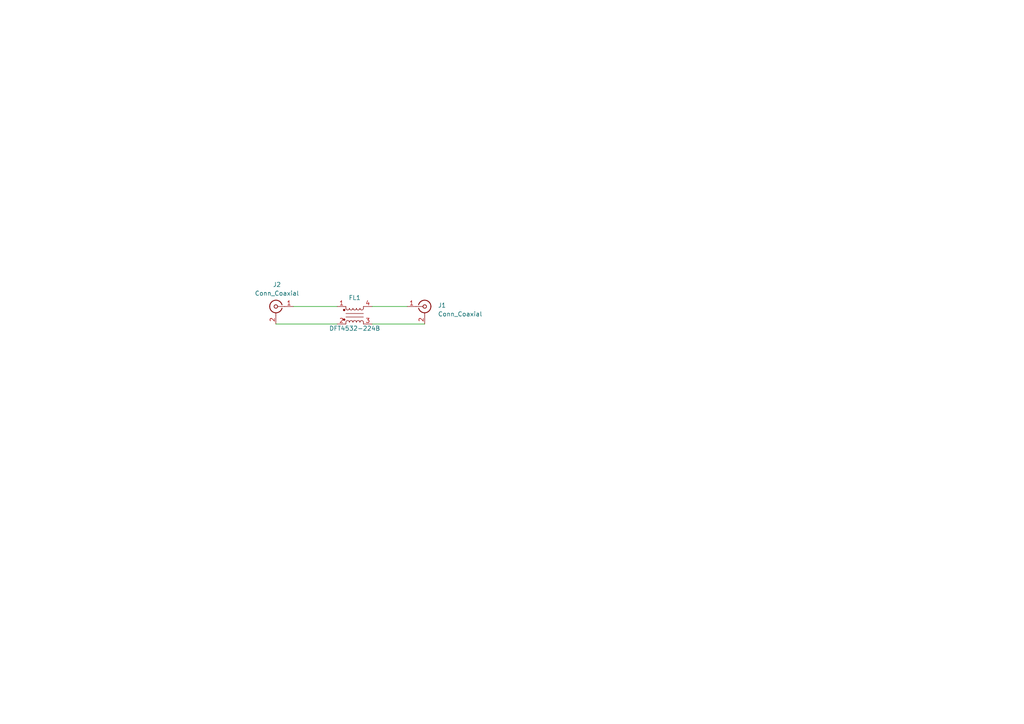
<source format=kicad_sch>
(kicad_sch (version 20221206) (generator eeschema)
  (paper "A4")
  (lib_symbols
    (symbol "Connector:Conn_Coaxial" (pin_names (offset 1.016) hide)
      (property "Reference" "J" (at 0.254 3.048 0))
      (property "Value" "Conn_Coaxial" (at 2.921 0 90))
      (symbol "Conn_Coaxial_0_1"
        (arc (start -1.778 -0.508) (mid 0.2311 -1.8066) (end 1.778 0) (stroke (width 0.254)))
        (polyline (pts (xy -2.54 0) (xy -0.508 0)))
        (polyline (pts (xy 0 -2.54) (xy 0 -1.778)))
        (circle (center 0 0) (radius 0.508) (stroke (width 0.2032)))
        (arc (start 1.778 0) (mid 0.2099 1.8101) (end -1.778 0.508) (stroke (width 0.254)))
      )
      (symbol "Conn_Coaxial_1_1"
        (pin passive line (at -5.08 0 0) (length 2.54) (name "In") (number "1"))
        (pin passive line (at 0 -5.08 90) (length 2.54) (name "Ext") (number "2"))
      )
    )
    (symbol "jtk_rf_libs:Filter_EMI_CommonMode" (pin_names (offset 0.254) hide)
      (property "Reference" "FL1" (at 0 7.62 0))
      (property "Value" "DFT4532-224B" (at 0 5.08 0))
      (symbol "Filter_EMI_CommonMode_0_1"
        (circle (center -3.048 -1.27) (radius 0.254) (fill (type outline)))
        (circle (center -3.048 1.524) (radius 0.254) (fill (type outline)))
        (arc (start -2.54 2.032) (mid -2.032 1.5262) (end -1.524 2.032))
        (arc (start -1.524 -2.032) (mid -2.032 -1.5262) (end -2.54 -2.032))
        (arc (start -1.524 2.032) (mid -1.016 1.5262) (end -0.508 2.032))
        (arc (start -0.508 -2.032) (mid -1.016 -1.5262) (end -1.524 -2.032))
        (arc (start -0.508 2.032) (mid 0 1.5262) (end 0.508 2.032))
        (polyline (pts (xy -2.54 -2.032) (xy -2.54 -2.54)))
        (polyline (pts (xy -2.54 0.508) (xy 2.54 0.508)))
        (polyline (pts (xy -2.54 2.032) (xy -2.54 2.54)))
        (polyline (pts (xy 2.54 -2.032) (xy 2.54 -2.54)))
        (polyline (pts (xy 2.54 -0.508) (xy -2.54 -0.508)))
        (polyline (pts (xy 2.54 2.54) (xy 2.54 2.032)))
        (arc (start 0.508 -2.032) (mid 0 -1.5262) (end -0.508 -2.032))
        (arc (start 0.508 2.032) (mid 1.016 1.5262) (end 1.524 2.032))
        (arc (start 1.524 -2.032) (mid 1.016 -1.5262) (end 0.508 -2.032))
        (arc (start 1.524 2.032) (mid 2.032 1.5262) (end 2.54 2.032))
        (arc (start 2.54 -2.032) (mid 2.032 -1.5262) (end 1.524 -2.032))
      )
      (symbol "Filter_EMI_CommonMode_1_1"
        (pin passive line (at -5.08 2.54 0) (length 2.54) (name "1") (number "1"))
        (pin passive line (at -5.08 -2.54 0) (length 2.54) (name "2") (number "2"))
        (pin passive line (at 5.08 -2.54 180) (length 2.54) (name "3") (number "3"))
        (pin passive line (at 5.08 2.54 180) (length 2.54) (name "4") (number "4"))
      )
    )
  )
  (wire (pts (xy 85.09 88.9) (xy 97.79 88.9)))
  (wire (pts (xy 80.01 93.98) (xy 97.79 93.98)))
  (wire (pts (xy 107.95 93.98) (xy 123.19 93.98)))
  (wire (pts (xy 107.95 88.9) (xy 118.11 88.9)))
  (symbol (lib_id "jtk_rf_libs:Filter_EMI_CommonMode") (at 102.87 91.44 0) (unit 1)
    (property "Reference" "FL1" (at 102.87 86.36 0))
    (property "Value" "DFT4532-224B" (at 102.87 95.25 0))
    (property "Footprint" "jtk_kicad_libs:DFT4532" (effects hide))
    (property "Datasheet" "https://www.coilcraft.com/getmedia/eaa7e448-5a82-49c9-b776-2620db806f8a/DFT4532.pdf" (effects hide))
  )
  (symbol (lib_id "Connector:Conn_Coaxial") (at 80.01 88.9 0) (mirror y) (unit 1)
    (property "Reference" "J2" (at 80.3274 82.55 0))
    (property "Value" "Conn_Coaxial" (at 80.3274 85.09 0))
    (property "Footprint" "jtk_kicad_libs:SMA_Cinch_142-0711-821_EdgeMount" (effects hide))
    (property "Datasheet" " ~" (effects hide))
  )
  (symbol (lib_id "Connector:Conn_Coaxial") (at 123.19 88.9 0) (unit 1)
    (property "Reference" "J1" (at 127 88.5582 0) (effects (justify left)))
    (property "Value" "Conn_Coaxial" (at 127 91.0982 0) (effects (justify left)))
    (property "Footprint" "jtk_kicad_libs:SMA_Cinch_142-0711-821_EdgeMount" (effects hide))
    (property "Datasheet" " ~" (effects hide))
  )
)
</source>
